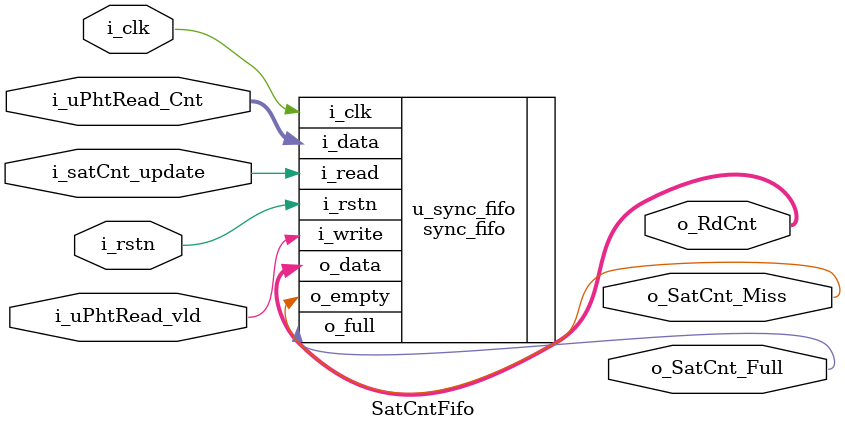
<source format=sv>
module SatCntFifo(
    input  logic        i_clk,
    input  logic        i_rstn,
    input  logic        i_satCnt_update,
    input  logic        i_uPhtRead_vld,
    input  logic  [1:0] i_uPhtRead_Cnt,
    output logic  [1:0] o_RdCnt,
    output logic        o_SatCnt_Miss,
    output logic        o_SatCnt_Full
);

    parameter DATA_WIDTH = 2; 
    parameter FIFO_DEPTH = 8;

    sync_fifo #(
        .DATA_WIDTH(DATA_WIDTH),
        .FIFO_DEPTH(FIFO_DEPTH)
    )
    u_sync_fifo (
        // Inputs
        .i_clk  (i_clk),
        .i_data (i_uPhtRead_Cnt), //Data input for writing
        .i_read (i_satCnt_update), //Read enable (combinational read)
        .i_rstn (i_rstn), //Asynchronous active-low reset
        .i_write(i_uPhtRead_vld), //Write enable (synchronous write, takes effect on the next clock edge)
        // Outputs
        .o_data (o_RdCnt), //Data output (combinational read)
        .o_empty(o_SatCnt_Miss), //FIFO empty flag
        .o_full (o_SatCnt_Full) //FIFO full flag
    );

endmodule
</source>
